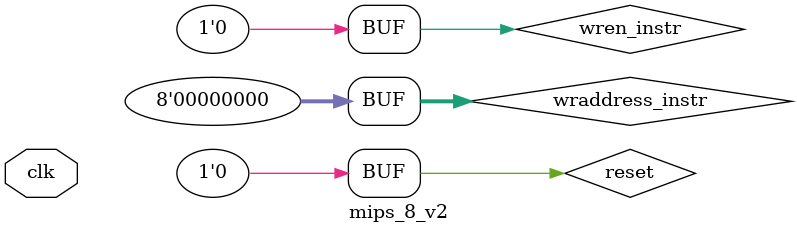
<source format=v>
module mips_8_v2(
	input clk
);
wire reset = 1'b0;

wire [31:0] command, data_instr;
wire [7:0] 	address_instr, wraddress_instr = 8'b0;
wire 			rden_instr, wren_instr = 1'b0;

wire        wren_dm, rden_dm;
wire [7:0]  wraddress_dm, rdaddress_dm;
wire [7:0] write_data_dm, read_data_dm;

inctructions im (
		.clock(clk),
		
		.wren(wren_instr),
		.wraddress(wraddress_instr),
		.data(data_instr),
		
		.rden(rden_instr),
		.rdaddress(address_instr),
		.q(command));
		
cpu cpu(
		.clk(clk),
		.reset(reset),
		//для памяти програм
		.rden(rden_instr),
		.address(address_instr),
		.command(command),
		// чтение из памяти данных
		.rden_dm(rden_dm),
		.rdaddress_dm(rdaddress_dm),
		.read_data_dm(read_data_dm),
		// сапись в память данных
		.wren_dm(wren_dm),
		.wraddress_dm(wraddress_dm),
		.write_data_dm(write_data_dm)
		);
		
data dm(
		.clock(clk),
		
		.wren(wren_dm),
		.wraddress(wraddress_dm),
		.data(write_data_dm),
		
		.rden(rden_dm),
		.rdaddress(rdaddress_dm),
		.q(read_data_dm));
endmodule

</source>
